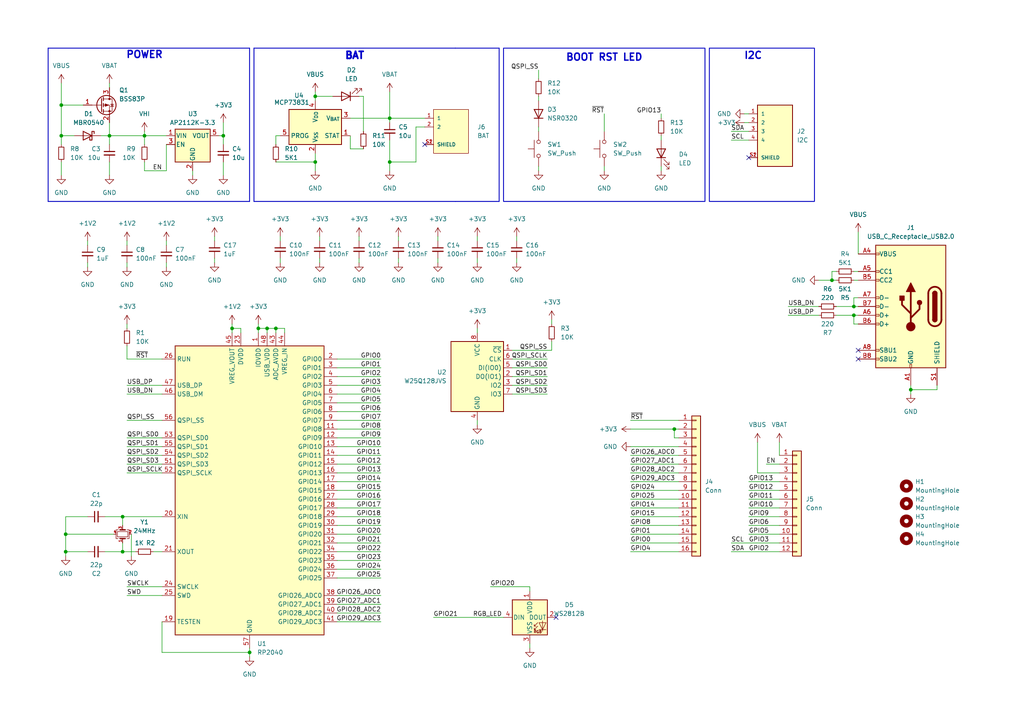
<source format=kicad_sch>
(kicad_sch (version 20231120) (generator "eeschema") (generator_version "8.0")
  (paper "A4")
  (junction (at 74.93 95.25))
  (junction (at 72.39 189.23))
  (junction (at 91.44 27.94))
  (junction (at 35.56 160.02))
  (junction (at 67.31 95.25))
  (junction (at 17.78 39.37))
  (junction (at 91.44 46.99))
  (junction (at 19.05 160.02))
  (junction (at 247.65 91.44))
  (junction (at 19.05 154.94))
  (junction (at 31.75 39.37))
  (junction (at 64.77 39.37))
  (junction (at 17.78 30.48))
  (junction (at 241.3 81.28))
  (junction (at 35.56 149.86))
  (junction (at 113.03 34.29))
  (junction (at 264.16 113.03))
  (junction (at 247.65 88.9))
  (junction (at 41.91 39.37))
  (junction (at 113.03 46.99))
  (junction (at 77.47 95.25))
  (junction (at 195.58 124.46))
  (junction (at 80.01 95.25))
  (no_connect (at 248.92 104.14))
  (no_connect (at 161.29 179.07))
  (no_connect (at 217.17 45.72))
  (no_connect (at 248.92 101.6))
  (no_connect (at 123.19 41.91))
  (wire (pts (xy 74.93 95.25) (xy 77.47 95.25)))
  (wire (pts (xy 110.49 127) (xy 97.79 127)))
  (wire (pts (xy 226.06 128.27) (xy 226.06 132.08)))
  (wire (pts (xy 110.49 177.8) (xy 97.79 177.8)))
  (wire (pts (xy 127 76.2) (xy 127 74.93)))
  (wire (pts (xy 64.77 35.56) (xy 64.77 39.37)))
  (wire (pts (xy 80.01 95.25) (xy 82.55 95.25)))
  (polyline (pts (xy 72.39 58.42) (xy 13.97 58.42)) (stroke (width 0.254) (type solid)))
  (wire (pts (xy 30.48 149.86) (xy 35.56 149.86)))
  (wire (pts (xy 264.16 113.03) (xy 264.16 111.76)))
  (wire (pts (xy 62.23 68.58) (xy 62.23 69.85)))
  (wire (pts (xy 110.49 129.54) (xy 97.79 129.54)))
  (wire (pts (xy 105.41 27.94) (xy 105.41 38.1)))
  (wire (pts (xy 182.88 149.86) (xy 196.85 149.86)))
  (wire (pts (xy 17.78 39.37) (xy 21.59 39.37)))
  (wire (pts (xy 138.43 76.2) (xy 138.43 74.93)))
  (wire (pts (xy 110.49 134.62) (xy 97.79 134.62)))
  (wire (pts (xy 153.67 170.18) (xy 153.67 171.45)))
  (wire (pts (xy 72.39 190.5) (xy 72.39 189.23)))
  (wire (pts (xy 31.75 24.13) (xy 31.75 25.4)))
  (wire (pts (xy 242.57 78.74) (xy 241.3 78.74)))
  (wire (pts (xy 91.44 46.99) (xy 91.44 44.45)))
  (wire (pts (xy 248.92 88.9) (xy 247.65 88.9)))
  (wire (pts (xy 149.86 76.2) (xy 149.86 74.93)))
  (wire (pts (xy 182.88 124.46) (xy 195.58 124.46)))
  (wire (pts (xy 271.78 111.76) (xy 271.78 113.03)))
  (wire (pts (xy 25.4 77.47) (xy 25.4 76.2)))
  (wire (pts (xy 36.83 77.47) (xy 36.83 76.2)))
  (wire (pts (xy 48.26 41.91) (xy 48.26 49.53)))
  (polyline (pts (xy 13.97 13.97) (xy 72.39 13.97)) (stroke (width 0.254) (type solid)))
  (wire (pts (xy 48.26 69.85) (xy 48.26 71.12)))
  (wire (pts (xy 38.1 154.94) (xy 38.1 161.29)))
  (wire (pts (xy 182.88 139.7) (xy 196.85 139.7)))
  (wire (pts (xy 36.83 172.72) (xy 46.99 172.72)))
  (wire (pts (xy 36.83 111.76) (xy 46.99 111.76)))
  (wire (pts (xy 247.65 81.28) (xy 248.92 81.28)))
  (wire (pts (xy 69.85 96.52) (xy 69.85 95.25)))
  (wire (pts (xy 64.77 39.37) (xy 63.5 39.37)))
  (wire (pts (xy 247.65 93.98) (xy 247.65 91.44)))
  (wire (pts (xy 105.41 43.18) (xy 101.6 43.18)))
  (wire (pts (xy 35.56 157.48) (xy 35.56 160.02)))
  (wire (pts (xy 91.44 27.94) (xy 96.52 27.94)))
  (wire (pts (xy 113.03 40.64) (xy 113.03 46.99)))
  (wire (pts (xy 97.79 149.86) (xy 110.49 149.86)))
  (wire (pts (xy 62.23 76.2) (xy 62.23 74.93)))
  (wire (pts (xy 110.49 119.38) (xy 97.79 119.38)))
  (wire (pts (xy 17.78 30.48) (xy 17.78 39.37)))
  (wire (pts (xy 36.83 93.98) (xy 36.83 95.25)))
  (wire (pts (xy 48.26 77.47) (xy 48.26 76.2)))
  (wire (pts (xy 110.49 175.26) (xy 97.79 175.26)))
  (wire (pts (xy 125.73 179.07) (xy 146.05 179.07)))
  (wire (pts (xy 36.83 100.33) (xy 36.83 104.14)))
  (wire (pts (xy 110.49 160.02) (xy 97.79 160.02)))
  (wire (pts (xy 182.88 132.08) (xy 196.85 132.08)))
  (wire (pts (xy 156.21 49.53) (xy 156.21 48.26)))
  (wire (pts (xy 113.03 34.29) (xy 113.03 35.56)))
  (wire (pts (xy 36.83 170.18) (xy 46.99 170.18)))
  (wire (pts (xy 101.6 34.29) (xy 113.03 34.29)))
  (wire (pts (xy 248.92 93.98) (xy 247.65 93.98)))
  (wire (pts (xy 110.49 116.84) (xy 97.79 116.84)))
  (wire (pts (xy 36.83 114.3) (xy 46.99 114.3)))
  (polyline (pts (xy 132.08 13.97) (xy 144.78 13.97)) (stroke (width 0.254)))
  (wire (pts (xy 19.05 154.94) (xy 33.02 154.94)))
  (wire (pts (xy 81.28 68.58) (xy 81.28 69.85)))
  (polyline (pts (xy 13.97 13.97) (xy 13.97 58.42)) (stroke (width 0.254) (type solid)))
  (wire (pts (xy 110.49 114.3) (xy 97.79 114.3)))
  (wire (pts (xy 30.48 160.02) (xy 35.56 160.02)))
  (polyline (pts (xy 73.66 58.42) (xy 132.08 58.42)) (stroke (width 0.254)))
  (wire (pts (xy 191.77 33.02) (xy 191.77 34.29)))
  (wire (pts (xy 156.21 36.83) (xy 156.21 38.1)))
  (wire (pts (xy 247.65 91.44) (xy 242.57 91.44)))
  (wire (pts (xy 80.01 95.25) (xy 80.01 96.52)))
  (wire (pts (xy 217.17 154.94) (xy 226.06 154.94)))
  (wire (pts (xy 31.75 39.37) (xy 31.75 41.91)))
  (wire (pts (xy 74.93 93.98) (xy 74.93 95.25)))
  (wire (pts (xy 36.83 121.92) (xy 46.99 121.92)))
  (wire (pts (xy 271.78 113.03) (xy 264.16 113.03)))
  (wire (pts (xy 48.26 49.53) (xy 41.91 49.53)))
  (wire (pts (xy 158.75 111.76) (xy 148.59 111.76)))
  (wire (pts (xy 110.49 157.48) (xy 97.79 157.48)))
  (wire (pts (xy 153.67 187.96) (xy 153.67 186.69)))
  (wire (pts (xy 91.44 27.94) (xy 91.44 29.21)))
  (wire (pts (xy 80.01 39.37) (xy 80.01 41.91)))
  (wire (pts (xy 110.49 121.92) (xy 97.79 121.92)))
  (wire (pts (xy 196.85 127) (xy 195.58 127)))
  (wire (pts (xy 110.49 154.94) (xy 97.79 154.94)))
  (wire (pts (xy 247.65 86.36) (xy 247.65 88.9)))
  (wire (pts (xy 104.14 76.2) (xy 104.14 74.93)))
  (polyline (pts (xy 144.78 13.97) (xy 144.78 58.42)) (stroke (width 0.254)))
  (wire (pts (xy 195.58 127) (xy 195.58 124.46)))
  (wire (pts (xy 110.49 124.46) (xy 97.79 124.46)))
  (wire (pts (xy 19.05 154.94) (xy 19.05 160.02)))
  (wire (pts (xy 17.78 39.37) (xy 17.78 41.91)))
  (wire (pts (xy 191.77 39.37) (xy 191.77 40.64)))
  (wire (pts (xy 138.43 68.58) (xy 138.43 69.85)))
  (wire (pts (xy 46.99 180.34) (xy 46.99 189.23)))
  (wire (pts (xy 217.17 149.86) (xy 226.06 149.86)))
  (wire (pts (xy 110.49 111.76) (xy 97.79 111.76)))
  (wire (pts (xy 138.43 95.25) (xy 138.43 96.52)))
  (polyline (pts (xy 144.78 58.42) (xy 132.08 58.42)) (stroke (width 0.254)))
  (wire (pts (xy 212.09 38.1) (xy 217.17 38.1)))
  (wire (pts (xy 29.21 39.37) (xy 31.75 39.37)))
  (wire (pts (xy 25.4 69.85) (xy 25.4 71.12)))
  (wire (pts (xy 110.49 137.16) (xy 97.79 137.16)))
  (wire (pts (xy 110.49 104.14) (xy 97.79 104.14)))
  (wire (pts (xy 175.26 49.53) (xy 175.26 48.26)))
  (wire (pts (xy 149.86 68.58) (xy 149.86 69.85)))
  (wire (pts (xy 120.65 36.83) (xy 120.65 46.99)))
  (wire (pts (xy 113.03 34.29) (xy 113.03 26.67)))
  (wire (pts (xy 64.77 50.8) (xy 64.77 46.99)))
  (wire (pts (xy 110.49 142.24) (xy 97.79 142.24)))
  (wire (pts (xy 182.88 137.16) (xy 196.85 137.16)))
  (wire (pts (xy 36.83 137.16) (xy 46.99 137.16)))
  (wire (pts (xy 160.02 99.06) (xy 160.02 101.6)))
  (polyline (pts (xy 72.39 13.97) (xy 72.39 58.42)) (stroke (width 0.254) (type solid)))
  (wire (pts (xy 36.83 104.14) (xy 46.99 104.14)))
  (wire (pts (xy 110.49 109.22) (xy 97.79 109.22)))
  (wire (pts (xy 36.83 69.85) (xy 36.83 71.12)))
  (wire (pts (xy 67.31 93.98) (xy 67.31 95.25)))
  (wire (pts (xy 248.92 67.31) (xy 248.92 73.66)))
  (wire (pts (xy 110.49 180.34) (xy 97.79 180.34)))
  (wire (pts (xy 237.49 88.9) (xy 228.6 88.9)))
  (wire (pts (xy 120.65 36.83) (xy 123.19 36.83)))
  (wire (pts (xy 64.77 41.91) (xy 64.77 39.37)))
  (wire (pts (xy 31.75 50.8) (xy 31.75 46.99)))
  (wire (pts (xy 182.88 144.78) (xy 196.85 144.78)))
  (wire (pts (xy 92.71 68.58) (xy 92.71 69.85)))
  (wire (pts (xy 148.59 101.6) (xy 160.02 101.6)))
  (wire (pts (xy 36.83 134.62) (xy 46.99 134.62)))
  (wire (pts (xy 247.65 88.9) (xy 242.57 88.9)))
  (wire (pts (xy 44.45 160.02) (xy 46.99 160.02)))
  (wire (pts (xy 110.49 152.4) (xy 97.79 152.4)))
  (wire (pts (xy 120.65 46.99) (xy 113.03 46.99)))
  (wire (pts (xy 67.31 95.25) (xy 67.31 96.52)))
  (wire (pts (xy 110.49 162.56) (xy 97.79 162.56)))
  (wire (pts (xy 219.71 128.27) (xy 219.71 137.16)))
  (wire (pts (xy 142.24 170.18) (xy 153.67 170.18)))
  (wire (pts (xy 19.05 160.02) (xy 19.05 161.29)))
  (wire (pts (xy 110.49 106.68) (xy 97.79 106.68)))
  (wire (pts (xy 115.57 68.58) (xy 115.57 69.85)))
  (wire (pts (xy 247.65 78.74) (xy 248.92 78.74)))
  (wire (pts (xy 17.78 24.13) (xy 17.78 30.48)))
  (wire (pts (xy 92.71 76.2) (xy 92.71 74.93)))
  (wire (pts (xy 127 68.58) (xy 127 69.85)))
  (wire (pts (xy 175.26 33.02) (xy 175.26 38.1)))
  (wire (pts (xy 19.05 149.86) (xy 19.05 154.94)))
  (wire (pts (xy 81.28 76.2) (xy 81.28 74.93)))
  (wire (pts (xy 248.92 91.44) (xy 247.65 91.44)))
  (wire (pts (xy 212.09 157.48) (xy 226.06 157.48)))
  (wire (pts (xy 91.44 26.67) (xy 91.44 27.94)))
  (wire (pts (xy 69.85 95.25) (xy 67.31 95.25)))
  (wire (pts (xy 19.05 160.02) (xy 25.4 160.02)))
  (wire (pts (xy 36.83 129.54) (xy 46.99 129.54)))
  (wire (pts (xy 104.14 68.58) (xy 104.14 69.85)))
  (wire (pts (xy 191.77 49.53) (xy 191.77 48.26)))
  (wire (pts (xy 72.39 189.23) (xy 72.39 187.96)))
  (wire (pts (xy 55.88 50.8) (xy 55.88 49.53)))
  (wire (pts (xy 156.21 27.94) (xy 156.21 29.21)))
  (wire (pts (xy 182.88 129.54) (xy 196.85 129.54)))
  (wire (pts (xy 110.49 167.64) (xy 97.79 167.64)))
  (wire (pts (xy 217.17 147.32) (xy 226.06 147.32)))
  (wire (pts (xy 182.88 157.48) (xy 196.85 157.48)))
  (wire (pts (xy 248.92 86.36) (xy 247.65 86.36)))
  (wire (pts (xy 17.78 50.8) (xy 17.78 46.99)))
  (wire (pts (xy 212.09 40.64) (xy 217.17 40.64)))
  (wire (pts (xy 241.3 81.28) (xy 237.49 81.28)))
  (wire (pts (xy 41.91 38.1) (xy 41.91 39.37)))
  (wire (pts (xy 110.49 172.72) (xy 97.79 172.72)))
  (wire (pts (xy 158.75 106.68) (xy 148.59 106.68)))
  (wire (pts (xy 81.28 39.37) (xy 80.01 39.37)))
  (wire (pts (xy 17.78 30.48) (xy 24.13 30.48)))
  (wire (pts (xy 222.25 134.62) (xy 226.06 134.62)))
  (wire (pts (xy 91.44 49.53) (xy 91.44 46.99)))
  (wire (pts (xy 31.75 39.37) (xy 41.91 39.37)))
  (polyline (pts (xy 73.66 13.97) (xy 132.08 13.97)) (stroke (width 0.254)))
  (wire (pts (xy 182.88 147.32) (xy 196.85 147.32)))
  (wire (pts (xy 182.88 154.94) (xy 196.85 154.94)))
  (wire (pts (xy 41.91 39.37) (xy 48.26 39.37)))
  (wire (pts (xy 217.17 152.4) (xy 226.06 152.4)))
  (wire (pts (xy 215.9 35.56) (xy 217.17 35.56)))
  (wire (pts (xy 35.56 160.02) (xy 39.37 160.02)))
  (wire (pts (xy 110.49 165.1) (xy 97.79 165.1)))
  (wire (pts (xy 242.57 81.28) (xy 241.3 81.28)))
  (wire (pts (xy 182.88 152.4) (xy 196.85 152.4)))
  (wire (pts (xy 31.75 35.56) (xy 31.75 39.37)))
  (wire (pts (xy 195.58 124.46) (xy 196.85 124.46)))
  (polyline (pts (xy 73.66 13.97) (xy 73.66 58.42)) (stroke (width 0.254)))
  (wire (pts (xy 80.01 46.99) (xy 91.44 46.99)))
  (wire (pts (xy 217.17 139.7) (xy 226.06 139.7)))
  (wire (pts (xy 138.43 123.19) (xy 138.43 121.92)))
  (wire (pts (xy 182.88 142.24) (xy 196.85 142.24)))
  (wire (pts (xy 264.16 114.3) (xy 264.16 113.03)))
  (wire (pts (xy 182.88 160.02) (xy 196.85 160.02)))
  (wire (pts (xy 113.03 46.99) (xy 113.03 49.53)))
  (wire (pts (xy 217.17 144.78) (xy 226.06 144.78)))
  (wire (pts (xy 160.02 92.71) (xy 160.02 93.98)))
  (wire (pts (xy 36.83 127) (xy 46.99 127)))
  (wire (pts (xy 219.71 137.16) (xy 226.06 137.16)))
  (wire (pts (xy 215.9 33.02) (xy 217.17 33.02)))
  (wire (pts (xy 35.56 149.86) (xy 35.56 152.4)))
  (wire (pts (xy 237.49 91.44) (xy 228.6 91.44)))
  (wire (pts (xy 110.49 139.7) (xy 97.79 139.7)))
  (wire (pts (xy 41.91 49.53) (xy 41.91 46.99)))
  (wire (pts (xy 101.6 43.18) (xy 101.6 39.37)))
  (wire (pts (xy 158.75 104.14) (xy 148.59 104.14)))
  (wire (pts (xy 182.88 134.62) (xy 196.85 134.62)))
  (wire (pts (xy 36.83 132.08) (xy 46.99 132.08)))
  (wire (pts (xy 35.56 149.86) (xy 46.99 149.86)))
  (wire (pts (xy 110.49 132.08) (xy 97.79 132.08)))
  (wire (pts (xy 77.47 95.25) (xy 77.47 96.52)))
  (wire (pts (xy 113.03 34.29) (xy 123.19 34.29)))
  (wire (pts (xy 158.75 109.22) (xy 148.59 109.22)))
  (wire (pts (xy 25.4 149.86) (xy 19.05 149.86)))
  (wire (pts (xy 158.75 114.3) (xy 148.59 114.3)))
  (wire (pts (xy 212.09 160.02) (xy 226.06 160.02)))
  (wire (pts (xy 182.88 121.92) (xy 196.85 121.92)))
  (wire (pts (xy 115.57 76.2) (xy 115.57 74.93)))
  (wire (pts (xy 241.3 78.74) (xy 241.3 81.28)))
  (wire (pts (xy 97.79 144.78) (xy 110.49 144.78)))
  (wire (pts (xy 46.99 189.23) (xy 72.39 189.23)))
  (wire (pts (xy 97.79 147.32) (xy 110.49 147.32)))
  (wire (pts (xy 217.17 142.24) (xy 226.06 142.24)))
  (wire (pts (xy 74.93 95.25) (xy 74.93 96.52)))
  (wire (pts (xy 156.21 20.32) (xy 156.21 22.86)))
  (wire (pts (xy 77.47 95.25) (xy 80.01 95.25)))
  (wire (pts (xy 104.14 27.94) (xy 105.41 27.94)))
  (wire (pts (xy 82.55 96.52) (xy 82.55 95.25)))
  (wire (pts (xy 41.91 41.91) (xy 41.91 39.37)))
  (rectangle (start 205.74 13.97) (end 236.22 58.42) (stroke (width 0.254)))
  (rectangle (start 146.05 13.97) (end 204.47 58.42) (stroke (width 0.254)))
  (text "BAT" (at 102.87 16.256 0) (effects (font (size 2.032 2.032) (thickness 0.508) (bold yes))))
  (text "I2C" (at 218.44 16.256 0) (effects (font (size 2.032 2.032) (thickness 0.4064) (bold yes))))
  (text "POWER" (at 41.91 16.002 0) (effects (font (size 2.032 2.032) (thickness 0.4064) (bold yes))))
  (text "BOOT RST LED" (at 175.26 16.764 0) (effects (font (size 2.032 2.032) (thickness 0.4064) (bold yes))))
  (label "EN" (at 222.25 134.62 0))
  (label "SDA" (at 212.09 160.02 0))
  (label "GPIO16" (at 110.49 144.78 180))
  (label "GPIO26_ADC0" (at 110.49 172.72 180))
  (label "GPIO8" (at 110.49 124.46 180))
  (label "~{RST}" (at 175.26 33.02 180))
  (label "USB_DN" (at 36.83 114.3 0))
  (label "GPIO0" (at 110.49 104.14 180))
  (label "GPIO1" (at 110.49 106.68 180))
  (label "GPIO10" (at 110.49 129.54 180))
  (label "GPIO14" (at 110.49 139.7 180))
  (label "GPIO7" (at 110.49 121.92 180))
  (label "GPIO10" (at 217.17 147.32 0))
  (label "USB_DP" (at 228.6 91.44 0))
  (label "SWCLK" (at 36.83 170.18 0))
  (label "USB_DN" (at 228.6 88.9 0))
  (label "SCL" (at 212.09 157.48 0))
  (label "GPIO18" (at 110.49 149.86 180))
  (label "GPIO4" (at 110.49 114.3 180))
  (label "GPIO9" (at 110.49 127 180))
  (label "SCL" (at 212.09 40.64 0))
  (label "GPIO27_ADC1" (at 182.88 134.62 0))
  (label "QSPI_SD1" (at 36.83 129.54 0))
  (label "GPIO15" (at 182.88 149.86 0))
  (label "GPIO28_ADC2" (at 110.49 177.8 180))
  (label "GPIO2" (at 110.49 109.22 180))
  (label "GPIO29_ADC3" (at 110.49 180.34 180))
  (label "GPIO12" (at 217.17 142.24 0))
  (label "GPIO12" (at 110.49 134.62 180))
  (label "QSPI_SS" (at 156.21 20.32 180))
  (label "GPIO28_ADC2" (at 182.88 137.16 0))
  (label "GPIO25" (at 182.88 144.78 0))
  (label "QSPI_SD0" (at 158.75 106.68 180))
  (label "GPIO29_ADC3" (at 182.88 139.7 0))
  (label "GPIO5" (at 110.49 116.84 180))
  (label "QSPI_SCLK" (at 158.75 104.14 180))
  (label "GPIO9" (at 217.17 149.86 0))
  (label "GPIO6" (at 110.49 119.38 180))
  (label "GPIO13" (at 191.77 33.02 180))
  (label "GPIO0" (at 182.88 157.48 0))
  (label "QSPI_SCLK" (at 36.83 137.16 0))
  (label "GPIO17" (at 110.49 147.32 180))
  (label "GPIO13" (at 110.49 137.16 180))
  (label "SDA" (at 212.09 38.1 0))
  (label "QSPI_SD0" (at 36.83 127 0))
  (label "GPIO11" (at 110.49 132.08 180))
  (label "SWD" (at 36.83 172.72 0))
  (label "QSPI_SD3" (at 158.75 114.3 180))
  (label "QSPI_SD3" (at 36.83 134.62 0))
  (label "GPIO2" (at 217.17 160.02 0))
  (label "GPIO26_ADC0" (at 182.88 132.08 0))
  (label "GPIO6" (at 217.17 152.4 0))
  (label "GPIO4" (at 182.88 160.02 0))
  (label "GPIO27_ADC1" (at 110.49 175.26 180))
  (label "~{RST}" (at 182.88 121.92 0))
  (label "QSPI_SD2" (at 36.83 132.08 0))
  (label "GPIO24" (at 110.49 165.1 180))
  (label "EN" (at 46.99 49.53 180))
  (label "GPIO15" (at 110.49 142.24 180))
  (label "~{RST}" (at 39.37 104.14 0))
  (label "QSPI_SD2" (at 158.75 111.76 180))
  (label "QSPI_SS" (at 158.75 101.6 180))
  (label "GPIO13" (at 217.17 139.7 0))
  (label "GPIO20" (at 142.24 170.18 0))
  (label "GPIO3" (at 217.17 157.48 0))
  (label "GPIO14" (at 182.88 147.32 0))
  (label "GPIO8" (at 182.88 152.4 0))
  (label "USB_DP" (at 36.83 111.76 0))
  (label "GPIO11" (at 217.17 144.78 0))
  (label "GPIO22" (at 110.49 160.02 180))
  (label "GPIO20" (at 110.49 154.94 180))
  (label "QSPI_SD1" (at 158.75 109.22 180))
  (label "GPIO3" (at 110.49 111.76 180))
  (label "GPIO1" (at 182.88 154.94 0))
  (label "GPIO23" (at 110.49 162.56 180))
  (label "GPIO21" (at 125.73 179.07 0))
  (label "GPIO21" (at 110.49 157.48 180))
  (label "GPIO5" (at 217.17 154.94 0))
  (label "QSPI_SS" (at 36.83 121.92 0))
  (label "GPIO19" (at 110.49 152.4 180))
  (label "RGB_LED" (at 137.16 179.07 0))
  (label "GPIO24" (at 182.88 142.24 0))
  (label "GPIO25" (at 110.49 167.64 180))
  (symbol (lib_id "power:GND") (at 92.71 76.2 0) (unit 1)
    (property "Reference" "#PWR036" (effects (hide yes)))
    (property "Value" "GND" (at 92.71 81.28 0))
    (property "Description" "Power symbol creates a global label with name \"GND\" , ground" (effects (hide yes)))
  )
  (symbol (lib_id "power:+3V3") (at 36.83 93.98 0) (unit 1)
    (property "Reference" "#PWR08" (effects (hide yes)))
    (property "Value" "+3V3" (at 36.83 88.9 0))
    (property "Description" "Power symbol creates a global label with name \"+3V3\"" (effects (hide yes)))
  )
  (symbol (lib_id "power:GND") (at 55.88 50.8 0) (unit 1)
    (property "Reference" "#PWR016" (effects (hide yes)))
    (property "Value" "GND" (at 55.88 55.88 0))
    (property "Description" "Power symbol creates a global label with name \"GND\" , ground" (effects (hide yes)))
  )
  (symbol (lib_id "power:+3V3") (at 138.43 68.58 0) (unit 1)
    (property "Reference" "#PWR043" (effects (hide yes)))
    (property "Value" "+3V3" (at 138.43 63.5 0))
    (property "Description" "Power symbol creates a global label with name \"+3V3\"" (effects (hide yes)))
  )
  (symbol (lib_id "power:GND") (at 19.05 161.29 0) (unit 1)
    (property "Reference" "#PWR06" (effects (hide yes)))
    (property "Value" "GND" (at 19.05 166.37 0))
    (property "Description" "Power symbol creates a global label with name \"GND\" , ground" (effects (hide yes)))
  )
  (symbol (lib_id "Device:C_Small") (at 127 72.39 0) (unit 1)
    (property "Reference" "C14" (at 129.54 71.1262 0) (effects (justify left)))
    (property "Value" "100nF" (at 129.54 73.6662 0) (effects (justify left)))
    (property "Footprint" "Capacitor_SMD:C_0402_1005Metric" (effects (hide yes)))
    (property "Description" "Unpolarized capacitor, small symbol" (effects (hide yes)))
  )
  (symbol (lib_id "Device:R_Small") (at 80.01 44.45 0) (unit 1)
    (property "Reference" "R10" (at 82.55 43.1799 0) (effects (justify left)))
    (property "Value" "5K1" (at 82.55 45.7199 0) (effects (justify left)))
    (property "Footprint" "Resistor_SMD:R_0402_1005Metric" (effects (hide yes)))
    (property "Description" "Resistor, small symbol" (effects (hide yes)))
  )
  (symbol (lib_id "power:VBUS") (at 219.71 128.27 0) (unit 1)
    (property "Reference" "#PWR058" (effects (hide yes)))
    (property "Value" "VBUS" (at 219.71 123.19 0))
    (property "Description" "Power symbol creates a global label with name \"VBUS\"" (effects (hide yes)))
  )
  (symbol (lib_id "Device:C_Small") (at 113.03 38.1 0) (unit 1)
    (property "Reference" "C5" (at 115.57 36.8362 0) (effects (justify left)))
    (property "Value" "10u" (at 115.57 39.3762 0) (effects (justify left)))
    (property "Footprint" "Capacitor_SMD:C_0603_1608Metric" (effects (hide yes)))
    (property "Description" "Unpolarized capacitor, small symbol" (effects (hide yes)))
  )
  (symbol (lib_id "power:GND") (at 153.67 187.96 0) (unit 1)
    (property "Reference" "#PWR050" (effects (hide yes)))
    (property "Value" "GND" (at 153.67 193.04 0))
    (property "Description" "Power symbol creates a global label with name \"GND\" , ground" (effects (hide yes)))
  )
  (symbol (lib_id "Memory_Flash:W25Q128JVS") (at 138.43 109.22 0) (mirror y) (unit 1)
    (property "Reference" "U2" (at 129.54 107.9499 0) (effects (justify left)))
    (property "Value" "W25Q128JVS" (at 129.54 110.4899 0) (effects (justify left)))
    (property "Footprint" "SPI-Flash:USON-8-3x4" (effects (hide yes)))
    (property "Datasheet" "http://www.winbond.com/resource-files/w25q128jv_dtr%20revc%2003272018%20plus.pdf" (effects (hide yes)))
    (property "Description" "128Mb Serial Flash Memory, Standard/Dual/Quad SPI, SOIC-8" (effects (hide yes)))
  )
  (symbol (lib_id "power:+3V3") (at 62.23 68.58 0) (unit 1)
    (property "Reference" "#PWR059" (effects (hide yes)))
    (property "Value" "+3V3" (at 62.23 63.5 0))
    (property "Description" "Power symbol creates a global label with name \"+3V3\"" (effects (hide yes)))
  )
  (symbol (lib_id "power:GND") (at 62.23 76.2 0) (unit 1)
    (property "Reference" "#PWR060" (effects (hide yes)))
    (property "Value" "GND" (at 62.23 81.28 0))
    (property "Description" "Power symbol creates a global label with name \"GND\" , ground" (effects (hide yes)))
  )
  (symbol (lib_id "Mechanical:MountingHole") (at 262.89 146.05 0) (unit 1) (in_bom no)
    (property "Reference" "H2" (at 265.43 144.7799 0) (effects (justify left)))
    (property "Value" "MountingHole" (at 265.43 147.3199 0) (effects (justify left)))
    (property "Footprint" "MountingHole:MountingHole_2.5mm" (effects (hide yes)))
    (property "Description" "Mounting Hole without connection" (effects (hide yes)))
  )
  (symbol (lib_id "Device:C_Small") (at 104.14 72.39 0) (unit 1)
    (property "Reference" "C12" (at 106.68 71.1262 0) (effects (justify left)))
    (property "Value" "100nF" (at 106.68 73.6662 0) (effects (justify left)))
    (property "Footprint" "Capacitor_SMD:C_0402_1005Metric" (effects (hide yes)))
    (property "Description" "Unpolarized capacitor, small symbol" (effects (hide yes)))
  )
  (symbol (lib_id "power:+3V3") (at 215.9 35.56 90) (mirror x) (unit 1)
    (property "Reference" "#PWR023" (effects (hide yes)))
    (property "Value" "+3V3" (at 213.36 35.5601 90) (effects (justify left)))
    (property "Description" "Power symbol creates a global label with name \"+3V3\"" (effects (hide yes)))
  )
  (symbol (lib_id "power:+3V3") (at 182.88 124.46 90) (unit 1)
    (property "Reference" "#PWR053" (effects (hide yes)))
    (property "Value" "+3V3" (at 179.07 124.4599 90) (effects (justify left)))
    (property "Description" "Power symbol creates a global label with name \"+3V3\"" (effects (hide yes)))
  )
  (symbol (lib_id "power:GND") (at 38.1 161.29 0) (unit 1)
    (property "Reference" "#PWR07" (effects (hide yes)))
    (property "Value" "GND" (at 38.1 166.37 0))
    (property "Description" "Power symbol creates a global label with name \"GND\" , ground" (effects (hide yes)))
  )
  (symbol (lib_id "Device:C_Small") (at 115.57 72.39 0) (unit 1)
    (property "Reference" "C13" (at 118.11 71.1262 0) (effects (justify left)))
    (property "Value" "100nF" (at 118.11 73.6662 0) (effects (justify left)))
    (property "Footprint" "Capacitor_SMD:C_0402_1005Metric" (effects (hide yes)))
    (property "Description" "Unpolarized capacitor, small symbol" (effects (hide yes)))
  )
  (symbol (lib_id "power:+1V2") (at 36.83 69.85 0) (unit 1)
    (property "Reference" "#PWR027" (effects (hide yes)))
    (property "Value" "+1V2" (at 36.83 64.77 0))
    (property "Description" "Power symbol creates a global label with name \"+1V2\"" (effects (hide yes)))
  )
  (symbol (lib_id "Mechanical:MountingHole") (at 262.89 140.97 0) (unit 1) (in_bom no)
    (property "Reference" "H1" (at 265.43 139.6999 0) (effects (justify left)))
    (property "Value" "MountingHole" (at 265.43 142.2399 0) (effects (justify left)))
    (property "Footprint" "MountingHole:MountingHole_2.5mm" (effects (hide yes)))
    (property "Description" "Mounting Hole without connection" (effects (hide yes)))
  )
  (symbol (lib_id "Device:C_Small") (at 81.28 72.39 0) (unit 1)
    (property "Reference" "C10" (at 83.82 71.1262 0) (effects (justify left)))
    (property "Value" "100nF" (at 83.82 73.6662 0) (effects (justify left)))
    (property "Footprint" "Capacitor_SMD:C_0402_1005Metric" (effects (hide yes)))
    (property "Description" "Unpolarized capacitor, small symbol" (effects (hide yes)))
  )
  (symbol (lib_id "power:GND") (at 215.9 33.02 270) (unit 1)
    (property "Reference" "#PWR024" (effects (hide yes)))
    (property "Value" "GND" (at 212.09 33.0199 90) (effects (justify right)))
    (property "Description" "Power symbol creates a global label with name \"GND\" , ground" (effects (hide yes)))
  )
  (symbol (lib_id "power:GND") (at 48.26 77.47 0) (unit 1)
    (property "Reference" "#PWR028" (effects (hide yes)))
    (property "Value" "GND" (at 48.26 82.55 0))
    (property "Description" "Power symbol creates a global label with name \"GND\" , ground" (effects (hide yes)))
  )
  (symbol (lib_id "Diode:MBR0520") (at 25.4 39.37 0) (mirror y) (unit 1)
    (property "Reference" "D1" (at 25.7175 33.02 0))
    (property "Value" "MBR0540" (at 25.7175 35.56 0))
    (property "Footprint" "Diode_SMD:D_SOD-323" (effects (hide yes)))
    (property "Datasheet" "http://www.mccsemi.com/up_pdf/MBR0520~MBR0580(SOD123).pdf" (effects (hide yes)))
    (property "Description" "20V 0.5A Schottky Power Rectifier Diode, SOD-123" (effects (hide yes)))
  )
  (symbol (lib_id "power:+3V3") (at 74.93 93.98 0) (unit 1)
    (property "Reference" "#PWR03" (effects (hide yes)))
    (property "Value" "+3V3" (at 74.93 88.9 0))
    (property "Description" "Power symbol creates a global label with name \"+3V3\"" (effects (hide yes)))
  )
  (symbol (lib_id "power:GND") (at 175.26 49.53 0) (unit 1)
    (property "Reference" "#PWR048" (effects (hide yes)))
    (property "Value" "GND" (at 175.26 54.61 0))
    (property "Description" "Power symbol creates a global label with name \"GND\" , ground" (effects (hide yes)))
  )
  (symbol (lib_id "power:+3V3") (at 138.43 95.25 0) (unit 1)
    (property "Reference" "#PWR05" (effects (hide yes)))
    (property "Value" "+3V3" (at 138.43 90.17 0))
    (property "Description" "Power symbol creates a global label with name \"+3V3\"" (effects (hide yes)))
  )
  (symbol (lib_id "Device:LED") (at 100.33 27.94 180) (unit 1)
    (property "Reference" "D2" (at 101.9175 20.32 0))
    (property "Value" "LED" (at 101.9175 22.86 0))
    (property "Footprint" "LED_SMD:LED_0603_1608Metric" (effects (hide yes)))
    (property "Description" "Light emitting diode" (effects (hide yes)))
  )
  (symbol (lib_id "power:+3V3") (at 92.71 68.58 0) (unit 1)
    (property "Reference" "#PWR035" (effects (hide yes)))
    (property "Value" "+3V3" (at 92.71 63.5 0))
    (property "Description" "Power symbol creates a global label with name \"+3V3\"" (effects (hide yes)))
  )
  (symbol (lib_id "power:GND") (at 81.28 76.2 0) (unit 1)
    (property "Reference" "#PWR034" (effects (hide yes)))
    (property "Value" "GND" (at 81.28 81.28 0))
    (property "Description" "Power symbol creates a global label with name \"GND\" , ground" (effects (hide yes)))
  )
  (symbol (lib_id "power:VBUS") (at 31.75 24.13 0) (unit 1)
    (property "Reference" "#PWR013" (effects (hide yes)))
    (property "Value" "VBAT" (at 31.75 19.05 0))
    (property "Description" "Power symbol creates a global label with name \"VBUS\"" (effects (hide yes)))
  )
  (symbol (lib_id "power:GND") (at 31.75 50.8 0) (unit 1)
    (property "Reference" "#PWR015" (effects (hide yes)))
    (property "Value" "GND" (at 31.75 55.88 0))
    (property "Description" "Power symbol creates a global label with name \"GND\" , ground" (effects (hide yes)))
  )
  (symbol (lib_id "power:GND") (at 264.16 114.3 0) (mirror y) (unit 1)
    (property "Reference" "#PWR010" (effects (hide yes)))
    (property "Value" "GND" (at 264.16 119.38 0))
    (property "Description" "Power symbol creates a global label with name \"GND\" , ground" (effects (hide yes)))
  )
  (symbol (lib_id "power:GND") (at 149.86 76.2 0) (unit 1)
    (property "Reference" "#PWR046" (effects (hide yes)))
    (property "Value" "GND" (at 149.86 81.28 0))
    (property "Description" "Power symbol creates a global label with name \"GND\" , ground" (effects (hide yes)))
  )
  (symbol (lib_id "power:+1V2") (at 67.31 93.98 0) (unit 1)
    (property "Reference" "#PWR02" (effects (hide yes)))
    (property "Value" "+1V2" (at 67.31 88.9 0))
    (property "Description" "Power symbol creates a global label with name \"+1V2\"" (effects (hide yes)))
  )
  (symbol (lib_id "Device:R_Small") (at 240.03 91.44 270) (unit 1)
    (property "Reference" "R7" (at 240.03 96.52 90))
    (property "Value" "220" (at 240.03 93.98 90))
    (property "Footprint" "Resistor_SMD:R_0402_1005Metric" (effects (hide yes)))
    (property "Description" "Resistor, small symbol" (effects (hide yes)))
  )
  (symbol (lib_id "power:VBUS") (at 226.06 128.27 0) (unit 1)
    (property "Reference" "#PWR057" (effects (hide yes)))
    (property "Value" "VBAT" (at 226.06 123.19 0))
    (property "Description" "Power symbol creates a global label with name \"VBUS\"" (effects (hide yes)))
  )
  (symbol (lib_id "power:+3V3") (at 149.86 68.58 0) (unit 1)
    (property "Reference" "#PWR045" (effects (hide yes)))
    (property "Value" "+3V3" (at 149.86 63.5 0))
    (property "Description" "Power symbol creates a global label with name \"+3V3\"" (effects (hide yes)))
  )
  (symbol (lib_id "Device:Crystal_GND24_Small") (at 35.56 154.94 90) (unit 1)
    (property "Reference" "Y1" (at 41.91 151.416 90))
    (property "Value" "24MHz" (at 41.91 153.956 90))
    (property "Footprint" "Crystal:Crystal_SMD_2520-4Pin_2.5x2.0mm" (effects (hide yes)))
    (property "Description" "Four pin crystal, GND on pins 2 and 4, small symbol" (effects (hide yes)))
  )
  (symbol (lib_id "Device:C_Small") (at 36.83 73.66 0) (unit 1)
    (property "Reference" "C8" (at 39.37 72.3962 0) (effects (justify left)))
    (property "Value" "100nF" (at 39.37 74.9362 0) (effects (justify left)))
    (property "Footprint" "Capacitor_SMD:C_0402_1005Metric" (effects (hide yes)))
    (property "Description" "Unpolarized capacitor, small symbol" (effects (hide yes)))
  )
  (symbol (lib_id "S2B-PH-SM4-TB_LF__SN_:S2B-PH-SM4-TB_LF__SN_") (at 130.81 36.83 0) (unit 1)
    (property "Reference" "J6" (at 138.43 36.8299 0) (effects (justify left)))
    (property "Value" "BAT" (at 138.43 39.3699 0) (effects (justify left)))
    (property "Footprint" "S2B-PH-SM4-TB_LF__SN_:JST_S2B-PH-SM4-TB_LF__SN_" (effects (hide yes)))
    (property "MF" "JST Sales" (effects (hide yes)))
    (property "Description_1" "\nConnector Header Surface Mount, Right Angle 2 position 0.079 (2.00mm)\n" (effects (hide yes)))
    (property "Package" "None" (effects (hide yes)))
    (property "Price" "None" (effects (hide yes)))
    (property "Check_prices" "https://www.snapeda.com/parts/S2B-PH-SM4-TB(LF)(SN)/JST+Sales+America+Inc./view-part/?ref=eda" (effects (hide yes)))
    (property "STANDARD" "Manufacturer Recommendation" (effects (hide yes)))
    (property "SnapEDA_Link" "https://www.snapeda.com/parts/S2B-PH-SM4-TB(LF)(SN)/JST+Sales+America+Inc./view-part/?ref=snap" (effects (hide yes)))
    (property "MP" "S2B-PH-SM4-TB(LF)(SN)" (effects (hide yes)))
    (property "Availability" "In Stock" (effects (hide yes)))
    (property "MANUFACTURER" "JST" (effects (hide yes)))
  )
  (symbol (lib_id "Regulator_Linear:AP2112K-3.3") (at 55.88 41.91 0) (unit 1)
    (property "Reference" "U3" (at 55.88 33.02 0))
    (property "Value" "AP2112K-3.3" (at 55.88 35.56 0))
    (property "Footprint" "Package_TO_SOT_SMD:SOT-23-5" (effects (hide yes)))
    (property "Datasheet" "https://www.diodes.com/assets/Datasheets/AP2112.pdf" (effects (hide yes)))
    (property "Description" "600mA low dropout linear regulator, with enable pin, 3.8V-6V input voltage range, 3.3V fixed positive output, SOT-23-5" (effects (hide yes)))
  )
  (symbol (lib_id "power:GND") (at 113.03 49.53 0) (unit 1)
    (property "Reference" "#PWR022" (effects (hide yes)))
    (property "Value" "GND" (at 113.03 54.61 0))
    (property "Description" "Power symbol creates a global label with name \"GND\" , ground" (effects (hide yes)))
  )
  (symbol (lib_id "power:GND") (at 91.44 49.53 0) (unit 1)
    (property "Reference" "#PWR021" (effects (hide yes)))
    (property "Value" "GND" (at 91.44 54.61 0))
    (property "Description" "Power symbol creates a global label with name \"GND\" , ground" (effects (hide yes)))
  )
  (symbol (lib_id "power:GND") (at 138.43 123.19 0) (unit 1)
    (property "Reference" "#PWR04" (effects (hide yes)))
    (property "Value" "GND" (at 138.43 128.27 0))
    (property "Description" "Power symbol creates a global label with name \"GND\" , ground" (effects (hide yes)))
  )
  (symbol (lib_id "power:GND") (at 127 76.2 0) (unit 1)
    (property "Reference" "#PWR042" (effects (hide yes)))
    (property "Value" "GND" (at 127 81.28 0))
    (property "Description" "Power symbol creates a global label with name \"GND\" , ground" (effects (hide yes)))
  )
  (symbol (lib_id "Device:R_Small") (at 160.02 96.52 0) (unit 1)
    (property "Reference" "R3" (at 162.56 95.2499 0) (effects (justify left)))
    (property "Value" "10K" (at 162.56 97.7899 0) (effects (justify left)))
    (property "Footprint" "Resistor_SMD:R_0402_1005Metric" (effects (hide yes)))
    (property "Description" "Resistor, small symbol" (effects (hide yes)))
  )
  (symbol (lib_id "power:+3V3") (at 104.14 68.58 0) (unit 1)
    (property "Reference" "#PWR037" (effects (hide yes)))
    (property "Value" "+3V3" (at 104.14 63.5 0))
    (property "Description" "Power symbol creates a global label with name \"+3V3\"" (effects (hide yes)))
  )
  (symbol (lib_id "Device:R_Small") (at 245.11 78.74 270) (mirror x) (unit 1)
    (property "Reference" "R4" (at 245.11 73.66 90))
    (property "Value" "5K1" (at 245.11 76.2 90))
    (property "Footprint" "Resistor_SMD:R_0402_1005Metric" (effects (hide yes)))
    (property "Description" "Resistor, small symbol" (effects (hide yes)))
  )
  (symbol (lib_id "Transistor_FET:BSS83P") (at 29.21 30.48 0) (unit 1)
    (property "Reference" "Q1" (at 34.544 26.162 0) (effects (justify left)))
    (property "Value" "BSS83P" (at 34.544 28.702 0) (effects (justify left)))
    (property "Footprint" "DMG3415UFY4Q-7:TRANS_DMG3415UFY4Q-7" (effects (hide yes)))
    (property "Datasheet" "http://www.farnell.com/datasheets/1835997.pdf" (effects (hide yes)))
    (property "Description" "-0.33A Id, -60V Vds, P-Channel MOSFET, SOT-23" (effects (hide yes)))
  )
  (symbol (lib_id "Device:R_Small") (at 191.77 36.83 0) (unit 1)
    (property "Reference" "R13" (at 194.31 35.5599 0) (effects (justify left)))
    (property "Value" "10K" (at 194.31 38.0999 0) (effects (justify left)))
    (property "Footprint" "Resistor_SMD:R_0402_1005Metric" (effects (hide yes)))
    (property "Description" "Resistor, small symbol" (effects (hide yes)))
  )
  (symbol (lib_id "power:GND") (at 191.77 49.53 0) (unit 1)
    (property "Reference" "#PWR049" (effects (hide yes)))
    (property "Value" "GND" (at 191.77 54.61 0))
    (property "Description" "Power symbol creates a global label with name \"GND\" , ground" (effects (hide yes)))
  )
  (symbol (lib_id "Connector_Generic:Conn_01x16") (at 201.93 139.7 0) (unit 1) (in_bom no)
    (property "Reference" "J4" (at 204.47 139.6999 0) (effects (justify left)))
    (property "Value" "Conn" (at 204.47 142.2399 0) (effects (justify left)))
    (property "Footprint" "Connector_PinHeader_2.54mm:PinHeader_1x16_P2.54mm_Vertical" (effects (hide yes)))
    (property "Description" "Generic connector, single row, 01x16, script generated (kicad-library-utils/schlib/autogen/connector/)" (effects (hide yes)))
  )
  (symbol (lib_id "Diode:1N4148WT") (at 156.21 33.02 90) (unit 1)
    (property "Reference" "D3" (at 158.75 31.7499 90) (effects (justify right)))
    (property "Value" "NSR0320" (at 158.75 34.2899 90) (effects (justify right)))
    (property "Footprint" "Diode_SMD:D_SOD-323" (effects (hide yes)))
    (property "Datasheet" "https://www.diodes.com/assets/Datasheets/ds30396.pdf" (effects (hide yes)))
    (property "Description" "75V 0.15A Fast switching Diode, SOD-523" (effects (hide yes)))
    (property "Sim.Device" "D" (effects (hide yes)))
    (property "Sim.Pins" "1=K 2=A" (effects (hide yes)))
  )
  (symbol (lib_id "power:GND") (at 17.78 50.8 0) (unit 1)
    (property "Reference" "#PWR014" (effects (hide yes)))
    (property "Value" "GND" (at 17.78 55.88 0))
    (property "Description" "Power symbol creates a global label with name \"GND\" , ground" (effects (hide yes)))
  )
  (symbol (lib_id "power:GND") (at 36.83 77.47 0) (unit 1)
    (property "Reference" "#PWR030" (effects (hide yes)))
    (property "Value" "GND" (at 36.83 82.55 0))
    (property "Description" "Power symbol creates a global label with name \"GND\" , ground" (effects (hide yes)))
  )
  (symbol (lib_id "Switch:SW_Push") (at 156.21 43.18 90) (unit 1)
    (property "Reference" "SW1" (at 158.75 41.9099 90) (effects (justify right)))
    (property "Value" "SW_Push" (at 158.75 44.4499 90) (effects (justify right)))
    (property "Footprint" "Button_Switch_SMD:SW_SPST_PTS810" (effects (hide yes)))
    (property "Description" "Push button switch, generic, two pins" (effects (hide yes)))
  )
  (symbol (lib_id "Battery_Management:MCP73831-2-OT") (at 91.44 36.83 0) (unit 1)
    (property "Reference" "U4" (at 85.344 27.686 0) (effects (justify left)))
    (property "Value" "MCP73831" (at 79.502 29.718 0) (effects (justify left)))
    (property "Footprint" "Package_TO_SOT_SMD:SOT-23-5" (effects (hide yes)))
    (property "Datasheet" "http://ww1.microchip.com/downloads/en/DeviceDoc/20001984g.pdf" (effects (hide yes)))
    (property "Description" "Single cell, Li-Ion/Li-Po charge management controller, 4.20V, Tri-State Status Output, in SOT23-5 package" (effects (hide yes)))
  )
  (symbol (lib_id "power:+1V2") (at 25.4 69.85 0) (unit 1)
    (property "Reference" "#PWR031" (effects (hide yes)))
    (property "Value" "+1V2" (at 25.4 64.77 0))
    (property "Description" "Power symbol creates a global label with name \"+1V2\"" (effects (hide yes)))
  )
  (symbol (lib_id "Mechanical:MountingHole") (at 262.89 156.21 0) (unit 1) (in_bom no)
    (property "Reference" "H4" (at 265.43 154.9399 0) (effects (justify left)))
    (property "Value" "MountingHole" (at 265.43 157.4799 0) (effects (justify left)))
    (property "Footprint" "MountingHole:MountingHole_2.5mm" (effects (hide yes)))
    (property "Description" "Mounting Hole without connection" (effects (hide yes)))
  )
  (symbol (lib_id "Device:C_Small") (at 62.23 72.39 0) (unit 1)
    (property "Reference" "C17" (at 64.77 71.1262 0) (effects (justify left)))
    (property "Value" "1uF" (at 64.77 73.6662 0) (effects (justify left)))
    (property "Footprint" "Capacitor_SMD:C_0603_1608Metric" (effects (hide yes)))
    (property "Description" "Unpolarized capacitor, small symbol" (effects (hide yes)))
  )
  (symbol (lib_id "power:GND") (at 72.39 190.5 0) (unit 1)
    (property "Reference" "#PWR01" (effects (hide yes)))
    (property "Value" "GND" (at 72.39 195.58 0))
    (property "Description" "Power symbol creates a global label with name \"GND\" , ground" (effects (hide yes)))
  )
  (symbol (lib_id "Device:R_Small") (at 240.03 88.9 270) (mirror x) (unit 1)
    (property "Reference" "R6" (at 240.03 83.82 90))
    (property "Value" "220" (at 240.03 86.36 90))
    (property "Footprint" "Resistor_SMD:R_0402_1005Metric" (effects (hide yes)))
    (property "Description" "Resistor, small symbol" (effects (hide yes)))
  )
  (symbol (lib_id "Device:C_Small") (at 138.43 72.39 0) (unit 1)
    (property "Reference" "C15" (at 140.97 71.1262 0) (effects (justify left)))
    (property "Value" "100nF" (at 140.97 73.6662 0) (effects (justify left)))
    (property "Footprint" "Capacitor_SMD:C_0402_1005Metric" (effects (hide yes)))
    (property "Description" "Unpolarized capacitor, small symbol" (effects (hide yes)))
  )
  (symbol (lib_id "Device:LED") (at 191.77 44.45 90) (unit 1)
    (property "Reference" "D4" (at 196.85 44.7674 90) (effects (justify right)))
    (property "Value" "LED" (at 196.85 47.3074 90) (effects (justify right)))
    (property "Footprint" "LED_SMD:LED_0603_1608Metric" (effects (hide yes)))
    (property "Description" "Light emitting diode" (effects (hide yes)))
  )
  (symbol (lib_id "SM04B-SRSS-TB_LF__SN_:SM04B-SRSS-TB_LF__SN_") (at 224.79 38.1 0) (unit 1)
    (property "Reference" "J2" (at 231.14 38.0999 0) (effects (justify left)))
    (property "Value" "I2C" (at 231.14 40.6399 0) (effects (justify left)))
    (property "Footprint" "BM04B-SRSS-TB_LF__SN_:JST_BM04B-SRSS-TB_LF__SN_" (effects (hide yes)))
    (property "MF" "JST Sales" (effects (hide yes)))
    (property "Description_1" "\nConnector Header Surface Mount, Right Angle 4 position 0.039 (1.00mm)\n" (effects (hide yes)))
    (property "Package" "None" (effects (hide yes)))
    (property "Price" "None" (effects (hide yes)))
    (property "Check_prices" "https://www.snapeda.com/parts/SM04B-SRSS-TB(LF)(SN)/JST+Sales+America+Inc./view-part/?ref=eda" (effects (hide yes)))
    (property "STANDARD" "Manufacturer recommendations" (effects (hide yes)))
    (property "SnapEDA_Link" "https://www.snapeda.com/parts/SM04B-SRSS-TB(LF)(SN)/JST+Sales+America+Inc./view-part/?ref=snap" (effects (hide yes)))
    (property "MP" "SM04B-SRSS-TB(LF)(SN)" (effects (hide yes)))
    (property "Availability" "In Stock" (effects (hide yes)))
    (property "MANUFACTURER" "JST" (effects (hide yes)))
  )
  (symbol (lib_id "Device:C_Small") (at 92.71 72.39 0) (unit 1)
    (property "Reference" "C11" (at 95.25 71.1262 0) (effects (justify left)))
    (property "Value" "100nF" (at 95.25 73.6662 0) (effects (justify left)))
    (property "Footprint" "Capacitor_SMD:C_0402_1005Metric" (effects (hide yes)))
    (property "Description" "Unpolarized capacitor, small symbol" (effects (hide yes)))
  )
  (symbol (lib_id "Device:C_Small") (at 27.94 149.86 90) (unit 1)
    (property "Reference" "C1" (at 27.9463 143.51 90))
    (property "Value" "22p" (at 27.9463 146.05 90))
    (property "Footprint" "Capacitor_SMD:C_0402_1005Metric" (effects (hide yes)))
    (property "Description" "Unpolarized capacitor, small symbol" (effects (hide yes)))
  )
  (symbol (lib_id "power:GND") (at 156.21 49.53 0) (unit 1)
    (property "Reference" "#PWR047" (effects (hide yes)))
    (property "Value" "GND" (at 156.21 54.61 0))
    (property "Description" "Power symbol creates a global label with name \"GND\" , ground" (effects (hide yes)))
  )
  (symbol (lib_id "power:+3V3") (at 81.28 68.58 0) (unit 1)
    (property "Reference" "#PWR033" (effects (hide yes)))
    (property "Value" "+3V3" (at 81.28 63.5 0))
    (property "Description" "Power symbol creates a global label with name \"+3V3\"" (effects (hide yes)))
  )
  (symbol (lib_id "Device:R_Small") (at 17.78 44.45 0) (unit 1)
    (property "Reference" "R8" (at 20.32 43.1799 0) (effects (justify left)))
    (property "Value" "10K" (at 20.32 45.7199 0) (effects (justify left)))
    (property "Footprint" "Resistor_SMD:R_0402_1005Metric" (effects (hide yes)))
    (property "Description" "Resistor, small symbol" (effects (hide yes)))
  )
  (symbol (lib_id "Device:C_Small") (at 27.94 160.02 90) (mirror x) (unit 1)
    (property "Reference" "C2" (at 27.9463 166.37 90))
    (property "Value" "22p" (at 27.9463 163.83 90))
    (property "Footprint" "Capacitor_SMD:C_0402_1005Metric" (effects (hide yes)))
    (property "Description" "Unpolarized capacitor, small symbol" (effects (hide yes)))
  )
  (symbol (lib_id "Device:C_Small") (at 149.86 72.39 0) (unit 1)
    (property "Reference" "C16" (at 152.4 71.1262 0) (effects (justify left)))
    (property "Value" "100nF" (at 152.4 73.6662 0) (effects (justify left)))
    (property "Footprint" "Capacitor_SMD:C_0402_1005Metric" (effects (hide yes)))
    (property "Description" "Unpolarized capacitor, small symbol" (effects (hide yes)))
  )
  (symbol (lib_id "power:VBUS") (at 91.44 26.67 0) (unit 1)
    (property "Reference" "#PWR019" (effects (hide yes)))
    (property "Value" "VBUS" (at 91.44 21.59 0))
    (property "Description" "Power symbol creates a global label with name \"VBUS\"" (effects (hide yes)))
  )
  (symbol (lib_id "power:GND") (at 237.49 81.28 270) (mirror x) (unit 1)
    (property "Reference" "#PWR011" (effects (hide yes)))
    (property "Value" "GND" (at 233.68 81.2799 90) (effects (justify right)))
    (property "Description" "Power symbol creates a global label with name \"GND\" , ground" (effects (hide yes)))
  )
  (symbol (lib_id "power:+3V3") (at 160.02 92.71 0) (unit 1)
    (property "Reference" "#PWR09" (effects (hide yes)))
    (property "Value" "+3V3" (at 160.02 87.63 0))
    (property "Description" "Power symbol creates a global label with name \"+3V3\"" (effects (hide yes)))
  )
  (symbol (lib_id "Mechanical:MountingHole") (at 262.89 151.13 0) (unit 1) (in_bom no)
    (property "Reference" "H3" (at 265.43 149.8599 0) (effects (justify left)))
    (property "Value" "MountingHole" (at 265.43 152.3999 0) (effects (justify left)))
    (property "Footprint" "MountingHole:MountingHole_2.5mm" (effects (hide yes)))
    (property "Description" "Mounting Hole without connection" (effects (hide yes)))
  )
  (symbol (lib_id "Device:R_Small") (at 36.83 97.79 0) (unit 1)
    (property "Reference" "R1" (at 39.37 96.5199 0) (effects (justify left)))
    (property "Value" "10K" (at 39.37 99.0599 0) (effects (justify left)))
    (property "Footprint" "Resistor_SMD:R_0402_1005Metric" (effects (hide yes)))
    (property "Description" "Resistor, small symbol" (effects (hide yes)))
  )
  (symbol (lib_id "power:+3V3") (at 115.57 68.58 0) (unit 1)
    (property "Reference" "#PWR039" (effects (hide yes)))
    (property "Value" "+3V3" (at 115.57 63.5 0))
    (property "Description" "Power symbol creates a global label with name \"+3V3\"" (effects (hide yes)))
  )
  (symbol (lib_id "power:+3V3") (at 64.77 35.56 0) (unit 1)
    (property "Reference" "#PWR018" (effects (hide yes)))
    (property "Value" "+3V3" (at 64.77 30.48 0))
    (property "Description" "Power symbol creates a global label with name \"+3V3\"" (effects (hide yes)))
  )
  (symbol (lib_id "power:+3V3") (at 127 68.58 0) (unit 1)
    (property "Reference" "#PWR041" (effects (hide yes)))
    (property "Value" "+3V3" (at 127 63.5 0))
    (property "Description" "Power symbol creates a global label with name \"+3V3\"" (effects (hide yes)))
  )
  (symbol (lib_id "Connector_Generic:Conn_01x12") (at 231.14 144.78 0) (unit 1) (in_bom no)
    (property "Reference" "J5" (at 233.68 144.7799 0) (effects (justify left)))
    (property "Value" "Conn" (at 233.68 147.3199 0) (effects (justify left)))
    (property "Footprint" "Connector_PinHeader_2.54mm:PinHeader_1x12_P2.54mm_Vertical" (effects (hide yes)))
    (property "Description" "Generic connector, single row, 01x12, script generated (kicad-library-utils/schlib/autogen/connector/)" (effects (hide yes)))
  )
  (symbol (lib_id "power:VBUS") (at 17.78 24.13 0) (unit 1)
    (property "Reference" "#PWR012" (effects (hide yes)))
    (property "Value" "VBUS" (at 17.78 19.05 0))
    (property "Description" "Power symbol creates a global label with name \"VBUS\"" (effects (hide yes)))
  )
  (symbol (lib_id "Device:C_Small") (at 64.77 44.45 0) (unit 1)
    (property "Reference" "C4" (at 67.31 43.1862 0) (effects (justify left)))
    (property "Value" "10u" (at 67.31 45.7262 0) (effects (justify left)))
    (property "Footprint" "Capacitor_SMD:C_0603_1608Metric" (effects (hide yes)))
    (property "Description" "Unpolarized capacitor, small symbol" (effects (hide yes)))
  )
  (symbol (lib_id "Device:R_Small") (at 156.21 25.4 0) (unit 1)
    (property "Reference" "R12" (at 158.75 24.1299 0) (effects (justify left)))
    (property "Value" "10K" (at 158.75 26.6699 0) (effects (justify left)))
    (property "Footprint" "Resistor_SMD:R_0402_1005Metric" (effects (hide yes)))
    (property "Description" "Resistor, small symbol" (effects (hide yes)))
  )
  (symbol (lib_id "MCU_RaspberryPi:RP2040") (at 72.39 142.24 0) (unit 1)
    (property "Reference" "U1" (at 74.5841 186.69 0) (effects (justify left)))
    (property "Value" "RP2040" (at 74.5841 189.23 0) (effects (justify left)))
    (property "Footprint" "Package_DFN_QFN:QFN-56-1EP_7x7mm_P0.4mm_EP3.2x3.2mm" (effects (hide yes)))
    (property "Datasheet" "https://datasheets.raspberrypi.com/rp2040/rp2040-datasheet.pdf" (effects (hide yes)))
    (property "Description" "A microcontroller by Raspberry Pi" (effects (hide yes)))
  )
  (symbol (lib_id "power:GND") (at 115.57 76.2 0) (unit 1)
    (property "Reference" "#PWR040" (effects (hide yes)))
    (property "Value" "GND" (at 115.57 81.28 0))
    (property "Description" "Power symbol creates a global label with name \"GND\" , ground" (effects (hide yes)))
  )
  (symbol (lib_id "power:VBUS") (at 113.03 26.67 0) (unit 1)
    (property "Reference" "#PWR020" (effects (hide yes)))
    (property "Value" "VBAT" (at 113.03 21.59 0))
    (property "Description" "Power symbol creates a global label with name \"VBUS\"" (effects (hide yes)))
  )
  (symbol (lib_id "power:VBUS") (at 41.91 38.1 0) (unit 1)
    (property "Reference" "#PWR076" (effects (hide yes)))
    (property "Value" "VHI" (at 41.91 33.02 0))
    (property "Description" "Power symbol creates a global label with name \"VBUS\"" (effects (hide yes)))
  )
  (symbol (lib_id "power:+1V2") (at 48.26 69.85 0) (unit 1)
    (property "Reference" "#PWR029" (effects (hide yes)))
    (property "Value" "+1V2" (at 48.26 64.77 0))
    (property "Description" "Power symbol creates a global label with name \"+1V2\"" (effects (hide yes)))
  )
  (symbol (lib_id "power:GND") (at 64.77 50.8 0) (unit 1)
    (property "Reference" "#PWR017" (effects (hide yes)))
    (property "Value" "GND" (at 64.77 55.88 0))
    (property "Description" "Power symbol creates a global label with name \"GND\" , ground" (effects (hide yes)))
  )
  (symbol (lib_id "Device:R_Small") (at 105.41 40.64 180) (unit 1)
    (property "Reference" "R11" (at 107.95 39.3699 0) (effects (justify right)))
    (property "Value" "10K" (at 107.95 41.9099 0) (effects (justify right)))
    (property "Footprint" "Resistor_SMD:R_0402_1005Metric" (effects (hide yes)))
    (property "Description" "Resistor, small symbol" (effects (hide yes)))
  )
  (symbol (lib_id "Device:C_Small") (at 31.75 44.45 0) (mirror y) (unit 1)
    (property "Reference" "C3" (at 29.21 43.1862 0) (effects (justify left)))
    (property "Value" "10u" (at 29.21 45.7262 0) (effects (justify left)))
    (property "Footprint" "Capacitor_SMD:C_0603_1608Metric" (effects (hide yes)))
    (property "Description" "Unpolarized capacitor, small symbol" (effects (hide yes)))
  )
  (symbol (lib_id "Device:R_Small") (at 41.91 44.45 0) (mirror y) (unit 1)
    (property "Reference" "R9" (at 39.37 43.1799 0) (effects (justify left)))
    (property "Value" "10K" (at 39.37 45.7199 0) (effects (justify left)))
    (property "Footprint" "Resistor_SMD:R_0402_1005Metric" (effects (hide yes)))
    (property "Description" "Resistor, small symbol" (effects (hide yes)))
  )
  (symbol (lib_id "Switch:SW_Push") (at 175.26 43.18 90) (unit 1)
    (property "Reference" "SW2" (at 177.8 41.9099 90) (effects (justify right)))
    (property "Value" "SW_Push" (at 177.8 44.4499 90) (effects (justify right)))
    (property "Footprint" "Button_Switch_SMD:SW_SPST_PTS810" (effects (hide yes)))
    (property "Description" "Push button switch, generic, two pins" (effects (hide yes)))
  )
  (symbol (lib_id "Connector:USB_C_Receptacle_USB2.0") (at 264.16 88.9 0) (mirror y) (unit 1)
    (property "Reference" "J1" (at 264.16 66.04 0))
    (property "Value" "USB_C_Receptacle_USB2.0" (at 264.16 68.58 0))
    (property "Footprint" "Connector_USB:USB_C_Receptacle_G-Switch_GT-USB-7010ASV" (effects (hide yes)))
    (property "Datasheet" "https://www.usb.org/sites/default/files/documents/usb_type-c.zip" (effects (hide yes)))
    (property "Description" "USB 2.0-only Type-C Receptacle connector" (effects (hide yes)))
  )
  (symbol (lib_id "power:GND") (at 104.14 76.2 0) (unit 1)
    (property "Reference" "#PWR038" (effects (hide yes)))
    (property "Value" "GND" (at 104.14 81.28 0))
    (property "Description" "Power symbol creates a global label with name \"GND\" , ground" (effects (hide yes)))
  )
  (symbol (lib_id "Device:R_Small") (at 41.91 160.02 90) (unit 1)
    (property "Reference" "R2" (at 43.688 157.48 90))
    (property "Value" "1K" (at 40.386 157.48 90))
    (property "Footprint" "Resistor_SMD:R_0402_1005Metric" (effects (hide yes)))
    (property "Description" "Resistor, small symbol" (effects (hide yes)))
  )
  (symbol (lib_id "Device:C_Small") (at 25.4 73.66 0) (unit 1)
    (property "Reference" "C9" (at 27.94 72.3962 0) (effects (justify left)))
    (property "Value" "1uF" (at 27.94 74.9362 0) (effects (justify left)))
    (property "Footprint" "Capacitor_SMD:C_0402_1005Metric" (effects (hide yes)))
    (property "Description" "Unpolarized capacitor, small symbol" (effects (hide yes)))
  )
  (symbol (lib_id "power:VBUS") (at 248.92 67.31 0) (unit 1)
    (property "Reference" "#PWR052" (effects (hide yes)))
    (property "Value" "VBUS" (at 248.92 62.23 0))
    (property "Description" "Power symbol creates a global label with name \"VBUS\"" (effects (hide yes)))
  )
  (symbol (lib_id "power:GND") (at 138.43 76.2 0) (unit 1)
    (property "Reference" "#PWR044" (effects (hide yes)))
    (property "Value" "GND" (at 138.43 81.28 0))
    (property "Description" "Power symbol creates a global label with name \"GND\" , ground" (effects (hide yes)))
  )
  (symbol (lib_id "Device:C_Small") (at 48.26 73.66 0) (unit 1)
    (property "Reference" "C7" (at 50.8 72.3962 0) (effects (justify left)))
    (property "Value" "100nF" (at 50.8 74.9362 0) (effects (justify left)))
    (property "Footprint" "Capacitor_SMD:C_0402_1005Metric" (effects (hide yes)))
    (property "Description" "Unpolarized capacitor, small symbol" (effects (hide yes)))
  )
  (symbol (lib_id "Device:R_Small") (at 245.11 81.28 270) (unit 1)
    (property "Reference" "R5" (at 245.11 86.36 90))
    (property "Value" "5K1" (at 245.11 83.82 90))
    (property "Footprint" "Resistor_SMD:R_0402_1005Metric" (effects (hide yes)))
    (property "Description" "Resistor, small symbol" (effects (hide yes)))
  )
  (symbol (lib_id "power:GND") (at 25.4 77.47 0) (unit 1)
    (property "Reference" "#PWR032" (effects (hide yes)))
    (property "Value" "GND" (at 25.4 82.55 0))
    (property "Description" "Power symbol creates a global label with name \"GND\" , ground" (effects (hide yes)))
  )
  (symbol (lib_id "power:GND") (at 182.88 129.54 270) (unit 1)
    (property "Reference" "#PWR054" (effects (hide yes)))
    (property "Value" "GND" (at 179.07 129.5399 90) (effects (justify right)))
    (property "Description" "Power symbol creates a global label with name \"GND\" , ground" (effects (hide yes)))
  )
  (symbol (lib_id "LED:WS2812B") (at 153.67 179.07 0) (unit 1)
    (property "Reference" "D5" (at 165.1 175.422 0))
    (property "Value" "WS2812B" (at 165.1 177.962 0))
    (property "Footprint" "LED_SMD:LED_WS2812B-2020_PLCC4_2.0x2.0mm" (effects (hide yes)))
    (property "Datasheet" "https://cdn-shop.adafruit.com/datasheets/WS2812B.pdf" (effects (hide yes)))
    (property "Description" "RGB LED with integrated controller" (effects (hide yes)))
  )
  (sheet (at 323.85 138.43) (size 33.02 24.13) (stroke (width 0.1524))
    (property "Sheetname" "CAN-Bus" (at 323.85 137.7184 0) (effects (justify left bottom)))
    (property "Sheetfile" "MCP25625.kicad_sch" (at 323.85 163.1446 0) (effects (justify left top)))
  )
)
</source>
